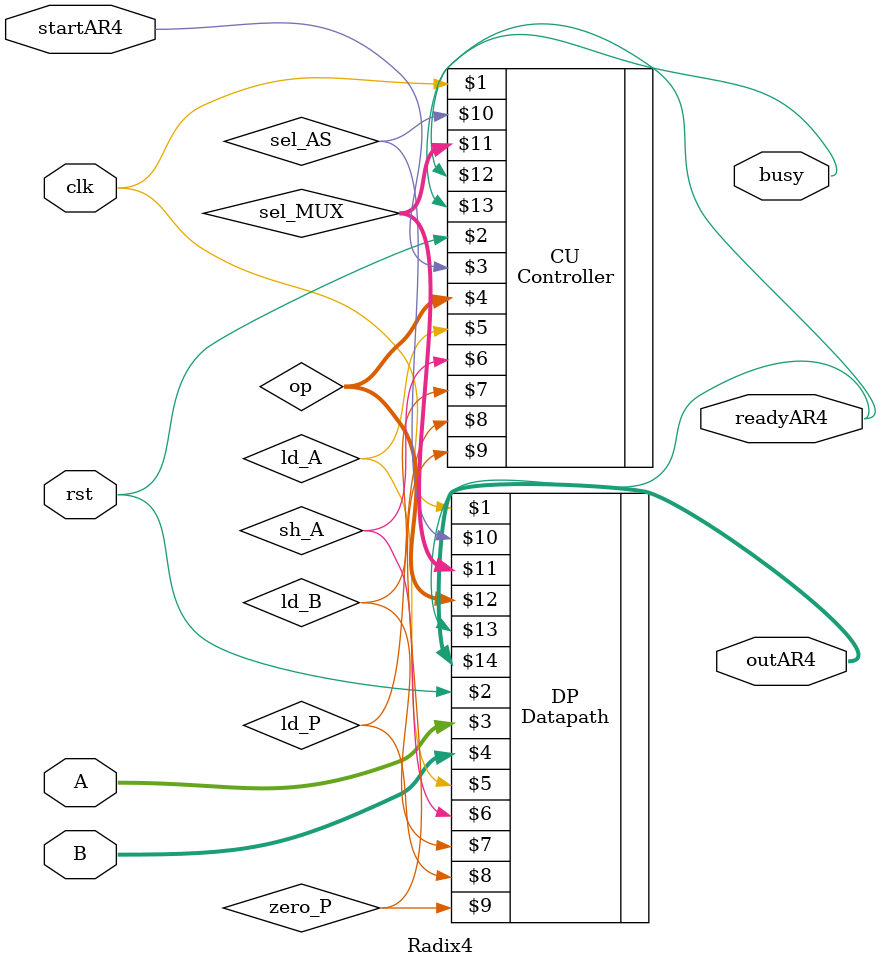
<source format=sv>

module Radix4	(clk, rst, startAR4, A, B, busy, outAR4, readyAR4);

	input  clk, rst, startAR4;
	input  [15:0] A, B;

	
	output busy, readyAR4;
	output [31:0] outAR4;
	
	wire ld_A, sh_A, ld_B, ld_P, zero_P, sel_AS, ld_MAC, busy,readyAR4;
	wire [1:0] sel_MUX;
	wire [2:0] op;
		
			
	Datapath DP (clk, rst, A, B, ld_A, sh_A, ld_B, ld_P, zero_P, sel_AS, sel_MUX, op, readyAR4, outAR4);

	Controller CU (clk, rst, startAR4, op, ld_A, sh_A, ld_B, ld_P, zero_P, sel_AS, sel_MUX, busy, readyAR4);
	
//-----------------------------------------------ASSERTIONS-----------------------------------------------------
//-------------------------------------Uncomment these assertions when running simulation-----------------------  
// This is not the only way to apply assertion, you may have used other kind of assertions 
//that do the same	
	// property ready_check;
      // @(posedge clk) startAR4 |-> ##9 $stable(readyAR4); ///Alternative way is using $stable////
    // endproperty
    
    // assert property (ready_check)
      // else $display("failed at time : ", $time);  //*/
	  
	  
	 // property readyWrong_check;
      // @(posedge clk) startAR4 |-> ##2 $stable(readyAR4); ///Alternative way is using $stable////
    // endproperty
    
    // assert property (readyWrong_check)
      // else $display("It seems like it is working ");  //*/
	
	
endmodule
	  
	  
</source>
